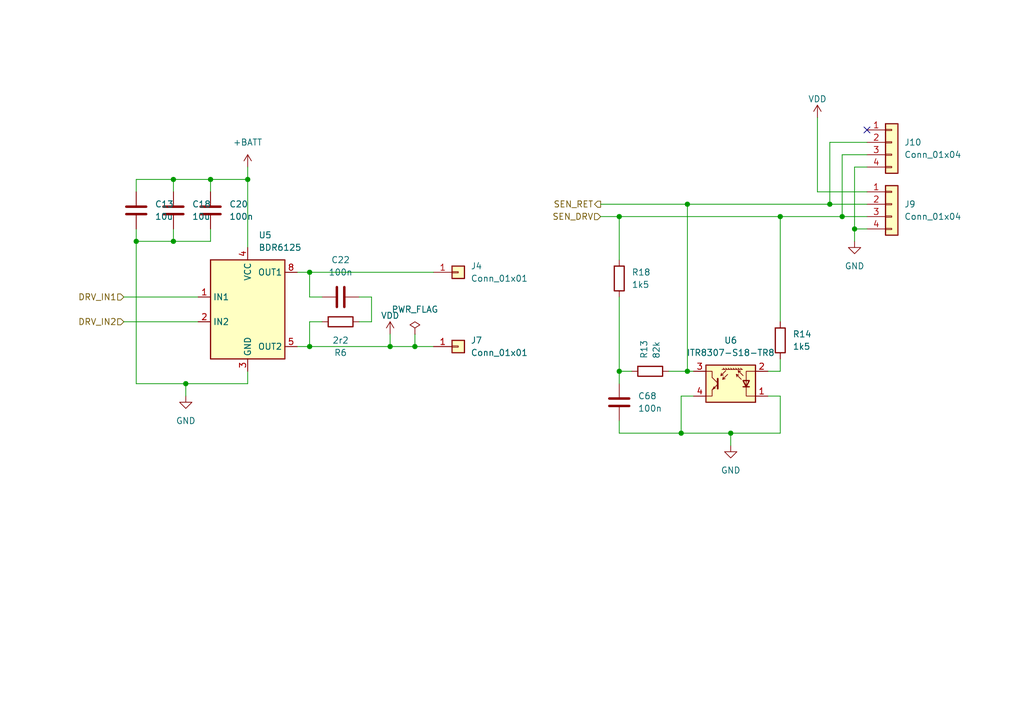
<source format=kicad_sch>
(kicad_sch (version 20230121) (generator eeschema)
  (paper "A5")
  (title_block (title "motor driver and optical position sensor") (date "2024-07-31") (rev "1.0"))
  (lib_symbols
    (symbol "drake_10b:+BATT" (power) (pin_names (offset 0))
      (property "Value" "+BATT" (at 0 3.556 0))
      (symbol "+BATT_0_1"
        (polyline (pts (xy -0.762 1.27) (xy 0 2.54)))
        (polyline (pts (xy 0 0) (xy 0 2.54)))
        (polyline (pts (xy 0 2.54) (xy 0.762 1.27)))
      )
      (symbol "+BATT_1_1"
        (pin power_in line (at 0 0 90) (length 0) hide (name "+BATT") (number "1"))
      )
    )
    (symbol "drake_10b:BDR6125"
      (property "Reference" "U" (at 6.35 11.43 0))
      (property "Value" "BDR6125" (at -10.16 11.43 0))
      (symbol "BDR6125_0_1"
        (rectangle (start -7.62 10.16) (end 7.62 -10.16) (stroke (width 0.254)) (fill (type background)))
      )
      (symbol "BDR6125_1_1"
        (pin input line (at -10.16 2.54 0) (length 2.54) (name "IN1") (number "1"))
        (pin input line (at -10.16 -2.54 0) (length 2.54) (name "IN2") (number "2"))
        (pin power_in line (at 0 -12.7 90) (length 2.54) (name "GND") (number "3"))
        (pin power_in line (at 0 12.7 270) (length 2.54) (name "VCC") (number "4"))
        (pin output line (at 10.16 -7.62 180) (length 2.54) (name "OUT2") (number "5"))
        (pin output line (at 10.16 -7.62 180) (length 2.54) hide (name "OUT2") (number "6"))
        (pin output line (at 10.16 7.62 180) (length 2.54) hide (name "OUT1") (number "7"))
        (pin output line (at 10.16 7.62 180) (length 2.54) (name "OUT1") (number "8"))
      )
    )
    (symbol "drake_10b:C" (pin_numbers hide) (pin_names (offset 0.254))
      (property "Reference" "C" (at 0.635 2.54 0))
      (property "Value" "C" (at 0.635 -2.54 0))
      (symbol "C_0_1"
        (polyline (pts (xy -2.032 -0.762) (xy 2.032 -0.762)) (stroke (width 0.508)))
        (polyline (pts (xy -2.032 0.762) (xy 2.032 0.762)) (stroke (width 0.508)))
      )
      (symbol "C_1_1"
        (pin passive line (at 0 3.81 270) (length 2.794) (name "~") (number "1"))
        (pin passive line (at 0 -3.81 90) (length 2.794) (name "~") (number "2"))
      )
    )
    (symbol "drake_10b:Conn_01x01" (pin_names (offset 1.016) hide)
      (property "Reference" "J" (at 0 2.54 0))
      (property "Value" "Conn_01x01" (at 0 -2.54 0))
      (symbol "Conn_01x01_1_1"
        (rectangle (start -1.27 0.127) (end 0 -0.127) (stroke (width 0.1524)))
        (rectangle (start -1.27 1.27) (end 1.27 -1.27) (stroke (width 0.254)) (fill (type background)))
        (pin passive line (at -5.08 0 0) (length 3.81) (name "Pin_1") (number "1"))
      )
    )
    (symbol "drake_10b:Conn_01x04" (pin_names (offset 1.016) hide)
      (property "Reference" "J" (at 0 5.08 0))
      (property "Value" "Conn_01x04" (at 0 -7.62 0))
      (symbol "Conn_01x04_1_1"
        (rectangle (start -1.27 -4.953) (end 0 -5.207) (stroke (width 0.1524)))
        (rectangle (start -1.27 -2.413) (end 0 -2.667) (stroke (width 0.1524)))
        (rectangle (start -1.27 0.127) (end 0 -0.127) (stroke (width 0.1524)))
        (rectangle (start -1.27 2.667) (end 0 2.413) (stroke (width 0.1524)))
        (rectangle (start -1.27 3.81) (end 1.27 -6.35) (stroke (width 0.254)) (fill (type background)))
        (pin passive line (at -5.08 2.54 0) (length 3.81) (name "Pin_1") (number "1"))
        (pin passive line (at -5.08 0 0) (length 3.81) (name "Pin_2") (number "2"))
        (pin passive line (at -5.08 -2.54 0) (length 3.81) (name "Pin_3") (number "3"))
        (pin passive line (at -5.08 -5.08 0) (length 3.81) (name "Pin_4") (number "4"))
      )
    )
    (symbol "drake_10b:GND" (power) (pin_names (offset 0))
      (property "Value" "GND" (at 0 -3.81 0))
      (symbol "GND_0_1"
        (polyline (pts (xy 0 0) (xy 0 -1.27) (xy 1.27 -1.27) (xy 0 -2.54) (xy -1.27 -1.27) (xy 0 -1.27)))
      )
      (symbol "GND_1_1"
        (pin power_in line (at 0 0 270) (length 0) hide (name "GND") (number "1"))
      )
    )
    (symbol "drake_10b:ITR8307-S17-TR8" (pin_names (offset 0.0254) hide)
      (property "Reference" "U" (at -3.81 5.08 0))
      (property "Value" "ITR8307-S17-TR8" (at 15.24 5.08 0))
      (symbol "ITR8307-S17-TR8_0_1"
        (polyline (pts (xy -3.81 -0.635) (xy -2.54 -0.635)) (stroke (width 0.254)))
        (polyline (pts (xy -2.286 2.921) (xy -2.032 3.175)))
        (polyline (pts (xy -1.778 2.921) (xy -1.524 3.175)))
        (polyline (pts (xy -1.524 2.667) (xy -1.651 2.159)))
        (polyline (pts (xy -1.27 2.921) (xy -1.016 3.175)))
        (polyline (pts (xy -1.143 1.905) (xy -1.27 1.397)))
        (polyline (pts (xy -0.762 2.921) (xy -0.508 3.175)))
        (polyline (pts (xy -0.254 2.921) (xy 0 3.175)))
        (polyline (pts (xy 0.254 2.921) (xy 0.508 3.175)))
        (polyline (pts (xy 0.762 2.921) (xy 1.016 3.175)))
        (polyline (pts (xy 1.27 2.921) (xy 1.524 3.175)))
        (polyline (pts (xy 1.651 0.889) (xy 1.143 1.016)))
        (polyline (pts (xy 1.778 2.921) (xy -2.413 2.921)))
        (polyline (pts (xy 2.032 1.651) (xy 1.524 1.778)))
        (polyline (pts (xy 2.667 -0.127) (xy 3.81 -1.27)))
        (polyline (pts (xy 2.667 0.127) (xy 3.81 1.27)))
        (polyline (pts (xy -2.54 1.651) (xy -1.524 2.667) (xy -2.032 2.54)))
        (polyline (pts (xy -2.159 0.889) (xy -1.143 1.905) (xy -1.651 1.778)))
        (polyline (pts (xy 0.635 1.905) (xy 1.651 0.889) (xy 1.524 1.397)))
        (polyline (pts (xy 1.016 2.667) (xy 2.032 1.651) (xy 1.905 2.159)))
        (polyline (pts (xy 2.667 1.016) (xy 2.667 -1.016) (xy 2.667 -1.016)) (stroke (width 0.3556)))
        (polyline (pts (xy 3.81 -1.27) (xy 3.81 -2.54) (xy 5.08 -2.54)))
        (polyline (pts (xy 3.81 1.27) (xy 3.81 2.54) (xy 5.08 2.54)))
        (polyline (pts (xy -5.08 -2.54) (xy -3.175 -2.54) (xy -3.175 2.54) (xy -5.08 2.54)))
        (polyline (pts (xy -3.175 -0.635) (xy -3.81 0.635) (xy -2.54 0.635) (xy -3.175 -0.635)) (stroke (width 0.254)))
        (polyline (pts (xy 3.683 -1.143) (xy 3.429 -0.635) (xy 3.175 -0.889) (xy 3.683 -1.143)))
        (polyline (pts (xy -5.08 -3.81) (xy 5.08 -3.81) (xy 5.08 3.81) (xy -5.08 3.81) (xy -5.08 -3.81)) (stroke (width 0.254)) (fill (type background)))
      )
      (symbol "ITR8307-S17-TR8_1_1"
        (pin passive line (at -7.62 -2.54 0) (length 2.54) (name "K") (number "1"))
        (pin passive line (at -7.62 2.54 0) (length 2.54) (name "A") (number "2"))
        (pin open_collector line (at 7.62 2.54 180) (length 2.54) (name "~") (number "3"))
        (pin open_emitter line (at 7.62 -2.54 180) (length 2.54) (name "~") (number "4"))
      )
    )
    (symbol "drake_10b:PWR_FLAG" (power) (pin_numbers hide) (pin_names (offset 0) hide)
      (property "Value" "PWR_FLAG" (at 0 3.81 0))
      (symbol "PWR_FLAG_0_0"
        (pin power_out line (at 0 0 90) (length 0) (name "pwr") (number "1"))
      )
      (symbol "PWR_FLAG_0_1"
        (polyline (pts (xy 0 0) (xy 0 1.27) (xy -1.016 1.905) (xy 0 2.54) (xy 1.016 1.905) (xy 0 1.27)))
      )
    )
    (symbol "drake_10b:R" (pin_numbers hide) (pin_names (offset 0))
      (property "Reference" "R" (at 2.032 0 90))
      (property "Value" "R" (at 0 0 90))
      (symbol "R_0_1"
        (rectangle (start -1.016 -2.54) (end 1.016 2.54) (stroke (width 0.254)))
      )
      (symbol "R_1_1"
        (pin passive line (at 0 3.81 270) (length 1.27) (name "~") (number "1"))
        (pin passive line (at 0 -3.81 90) (length 1.27) (name "~") (number "2"))
      )
    )
    (symbol "drake_10b:VDD" (power) (pin_names (offset 0))
      (property "Value" "VDD" (at 0 3.81 0))
      (symbol "VDD_0_1"
        (polyline (pts (xy -0.762 1.27) (xy 0 2.54)))
        (polyline (pts (xy 0 0) (xy 0 2.54)))
        (polyline (pts (xy 0 2.54) (xy 0.762 1.27)))
      )
      (symbol "VDD_1_1"
        (pin power_in line (at 0 0 90) (length 0) hide (name "VDD") (number "1"))
      )
    )
  )
  (junction (at 139.7 88.9))
  (junction (at 172.72 44.45))
  (junction (at 140.97 76.2))
  (junction (at 50.8 36.83))
  (junction (at 43.18 36.83))
  (junction (at 175.26 46.99))
  (junction (at 149.86 88.9))
  (junction (at 140.97 41.91))
  (junction (at 127 76.2))
  (junction (at 85.09 71.12))
  (junction (at 160.02 44.45))
  (junction (at 170.18 41.91))
  (junction (at 63.5 71.12))
  (junction (at 27.94 49.53))
  (junction (at 38.1 78.74))
  (junction (at 80.01 71.12))
  (junction (at 63.5 55.88))
  (junction (at 127 44.45))
  (junction (at 35.56 49.53))
  (junction (at 35.56 36.83))
  (no_connect (at 177.8 26.67))
  (wire (pts (xy 27.94 36.83) (xy 27.94 39.37)))
  (wire (pts (xy 175.26 46.99) (xy 175.26 49.53)))
  (wire (pts (xy 50.8 36.83) (xy 43.18 36.83)))
  (wire (pts (xy 170.18 29.21) (xy 170.18 41.91)))
  (wire (pts (xy 149.86 88.9) (xy 149.86 91.44)))
  (wire (pts (xy 127 76.2) (xy 129.54 76.2)))
  (wire (pts (xy 139.7 81.28) (xy 142.24 81.28)))
  (wire (pts (xy 43.18 39.37) (xy 43.18 36.83)))
  (wire (pts (xy 80.01 68.58) (xy 80.01 71.12)))
  (wire (pts (xy 85.09 68.58) (xy 85.09 71.12)))
  (wire (pts (xy 35.56 49.53) (xy 43.18 49.53)))
  (wire (pts (xy 50.8 76.2) (xy 50.8 78.74)))
  (wire (pts (xy 38.1 81.28) (xy 38.1 78.74)))
  (wire (pts (xy 172.72 31.75) (xy 172.72 44.45)))
  (wire (pts (xy 66.04 66.04) (xy 63.5 66.04)))
  (wire (pts (xy 63.5 55.88) (xy 88.9 55.88)))
  (wire (pts (xy 76.2 60.96) (xy 76.2 66.04)))
  (wire (pts (xy 177.8 31.75) (xy 172.72 31.75)))
  (wire (pts (xy 80.01 71.12) (xy 85.09 71.12)))
  (wire (pts (xy 127 44.45) (xy 127 53.34)))
  (wire (pts (xy 175.26 34.29) (xy 175.26 46.99)))
  (wire (pts (xy 177.8 46.99) (xy 175.26 46.99)))
  (wire (pts (xy 25.4 66.04) (xy 40.64 66.04)))
  (wire (pts (xy 170.18 41.91) (xy 177.8 41.91)))
  (wire (pts (xy 63.5 66.04) (xy 63.5 71.12)))
  (wire (pts (xy 50.8 34.29) (xy 50.8 36.83)))
  (wire (pts (xy 177.8 34.29) (xy 175.26 34.29)))
  (wire (pts (xy 123.19 41.91) (xy 140.97 41.91)))
  (wire (pts (xy 140.97 41.91) (xy 170.18 41.91)))
  (wire (pts (xy 27.94 78.74) (xy 38.1 78.74)))
  (wire (pts (xy 35.56 36.83) (xy 27.94 36.83)))
  (wire (pts (xy 140.97 76.2) (xy 142.24 76.2)))
  (wire (pts (xy 160.02 88.9) (xy 149.86 88.9)))
  (wire (pts (xy 172.72 44.45) (xy 177.8 44.45)))
  (wire (pts (xy 60.96 55.88) (xy 63.5 55.88)))
  (wire (pts (xy 139.7 88.9) (xy 127 88.9)))
  (wire (pts (xy 160.02 73.66) (xy 160.02 76.2)))
  (wire (pts (xy 177.8 29.21) (xy 170.18 29.21)))
  (wire (pts (xy 27.94 46.99) (xy 27.94 49.53)))
  (wire (pts (xy 50.8 36.83) (xy 50.8 50.8)))
  (wire (pts (xy 140.97 76.2) (xy 140.97 41.91)))
  (wire (pts (xy 50.8 78.74) (xy 38.1 78.74)))
  (wire (pts (xy 160.02 44.45) (xy 172.72 44.45)))
  (wire (pts (xy 157.48 81.28) (xy 160.02 81.28)))
  (wire (pts (xy 35.56 46.99) (xy 35.56 49.53)))
  (wire (pts (xy 160.02 81.28) (xy 160.02 88.9)))
  (wire (pts (xy 137.16 76.2) (xy 140.97 76.2)))
  (wire (pts (xy 127 44.45) (xy 160.02 44.45)))
  (wire (pts (xy 127 60.96) (xy 127 76.2)))
  (wire (pts (xy 63.5 71.12) (xy 60.96 71.12)))
  (wire (pts (xy 167.64 39.37) (xy 177.8 39.37)))
  (wire (pts (xy 76.2 66.04) (xy 73.66 66.04)))
  (wire (pts (xy 63.5 71.12) (xy 80.01 71.12)))
  (wire (pts (xy 63.5 55.88) (xy 63.5 60.96)))
  (wire (pts (xy 27.94 78.74) (xy 27.94 49.53)))
  (wire (pts (xy 73.66 60.96) (xy 76.2 60.96)))
  (wire (pts (xy 35.56 36.83) (xy 35.56 39.37)))
  (wire (pts (xy 25.4 60.96) (xy 40.64 60.96)))
  (wire (pts (xy 127 86.36) (xy 127 88.9)))
  (wire (pts (xy 63.5 60.96) (xy 66.04 60.96)))
  (wire (pts (xy 27.94 49.53) (xy 35.56 49.53)))
  (wire (pts (xy 43.18 49.53) (xy 43.18 46.99)))
  (wire (pts (xy 160.02 76.2) (xy 157.48 76.2)))
  (wire (pts (xy 127 76.2) (xy 127 78.74)))
  (wire (pts (xy 85.09 71.12) (xy 88.9 71.12)))
  (wire (pts (xy 160.02 44.45) (xy 160.02 66.04)))
  (wire (pts (xy 167.64 24.13) (xy 167.64 39.37)))
  (wire (pts (xy 43.18 36.83) (xy 35.56 36.83)))
  (wire (pts (xy 139.7 88.9) (xy 139.7 81.28)))
  (wire (pts (xy 149.86 88.9) (xy 139.7 88.9)))
  (wire (pts (xy 123.19 44.45) (xy 127 44.45)))
  (hierarchical_label "DRV_IN1" (shape input) (at 25.4 60.96 180))
  (hierarchical_label "SEN_DRV" (shape input) (at 123.19 44.45 180))
  (hierarchical_label "SEN_RET" (shape output) (at 123.19 41.91 180))
  (hierarchical_label "DRV_IN2" (shape input) (at 25.4 66.04 180))
  (symbol (lib_id "drake_10b:Conn_01x01") (at 93.98 71.12 0) (unit 1)
    (property "Reference" "J7" (at 96.52 69.85 0) (effects (justify left)))
    (property "Value" "Conn_01x01" (at 96.52 72.39 0) (effects (justify left)))
    (property "Footprint" "Library:PinHeader_1x01_P2.00mm_Vertical" (effects hide))
  )
  (symbol (lib_id "drake_10b:Conn_01x04") (at 182.88 29.21 0) (unit 1)
    (property "Reference" "J10" (at 185.42 29.21 0) (effects (justify left)))
    (property "Value" "Conn_01x04" (at 185.42 31.75 0) (effects (justify left)))
    (property "Footprint" "rt_connectors:FFC_SolderCon_4pin_3,5x0,3mm_Pitch0.5mm" (effects hide))
    (property "JLC" "SMD,P=0.5mm" (effects hide))
    (property "LCSC" "C262260" (effects hide))
  )
  (symbol (lib_id "drake_10b:ITR8307-S17-TR8") (at 149.86 78.74 0) (mirror y) (unit 1)
    (property "Reference" "U6" (at 149.86 69.85 0))
    (property "Value" "ITR8307-S18-TR8" (at 149.86 72.39 0))
    (property "Footprint" "Library:Everlight_ITR1201SR10AR" (effects hide))
    (property "Datasheet" "https://datasheet.lcsc.com/szlcsc/1810010232_Everlight-Elec-ITR8307-S17-TR8-B_C81632.pdf" (effects hide))
    (property "JLC" "SMD" (effects hide))
    (property "LCSC" "C409524" (effects hide))
  )
  (symbol (lib_id "drake_10b:R") (at 133.35 76.2 270) (unit 1)
    (property "Reference" "R13" (at 132.08 73.66 0) (effects (justify right)))
    (property "Value" "82k" (at 134.62 73.66 0) (effects (justify right)))
    (property "Footprint" "Resistor_SMD:R_0402_1005Metric" (effects hide))
    (property "JLC" "0603" (effects hide))
    (property "LCSC" "C22843" (effects hide))
  )
  (symbol (lib_id "drake_10b:+BATT") (at 50.8 34.29 0) (unit 1)
    (property "Reference" "#PWR010" (effects hide))
    (property "Value" "+BATT" (at 50.8 29.21 0))
  )
  (symbol (lib_id "drake_10b:GND") (at 175.26 49.53 0) (mirror y) (unit 1)
    (property "Reference" "#PWR033" (effects hide))
    (property "Value" "GND" (at 175.26 54.61 0))
  )
  (symbol (lib_id "drake_10b:VDD") (at 80.01 68.58 0) (unit 1)
    (property "Reference" "#PWR011" (effects hide))
    (property "Value" "VDD" (at 80.01 64.77 0))
  )
  (symbol (lib_id "drake_10b:C") (at 35.56 43.18 0) (unit 1)
    (property "Reference" "C18" (at 39.37 41.91 0) (effects (justify left)))
    (property "Value" "10u" (at 39.37 44.45 0) (effects (justify left)))
    (property "Footprint" "Library:C_0603_1608Metric" (effects hide))
    (property "JLC" "0603" (effects hide))
    (property "LCSC" "C19702" (effects hide))
  )
  (symbol (lib_id "drake_10b:VDD") (at 167.64 24.13 0) (unit 1)
    (property "Reference" "#PWR028" (effects hide))
    (property "Value" "VDD" (at 167.64 20.32 0))
  )
  (symbol (lib_id "drake_10b:BDR6125") (at 50.8 63.5 0) (unit 1)
    (property "Reference" "U5" (at 52.9941 48.26 0) (effects (justify left)))
    (property "Value" "BDR6125" (at 52.9941 50.8 0) (effects (justify left)))
    (property "Footprint" "Package_SO:SOIC-8_3.9x4.9mm_P1.27mm" (effects hide))
    (property "Datasheet" "https://wmsc.lcsc.com/wmsc/upload/file/pdf/v2/lcsc/2304281103_Bardeen-Micro--BDR6125_C5349300.pdf" (effects hide))
  )
  (symbol (lib_id "drake_10b:GND") (at 38.1 81.28 0) (unit 1)
    (property "Reference" "#PWR024" (effects hide))
    (property "Value" "GND" (at 38.1 86.36 0))
  )
  (symbol (lib_id "drake_10b:Conn_01x04") (at 182.88 41.91 0) (unit 1)
    (property "Reference" "J9" (at 185.42 41.91 0) (effects (justify left)))
    (property "Value" "Conn_01x04" (at 185.42 44.45 0) (effects (justify left)))
    (property "Footprint" "Library:FFC_SolderCon_4pin_3,5x0,3mm_Pitch0.5mm" (effects hide))
    (property "JLC" "SMD,P=0.5mm" (effects hide))
    (property "LCSC" "C262260" (effects hide))
  )
  (symbol (lib_id "drake_10b:C") (at 43.18 43.18 0) (unit 1)
    (property "Reference" "C20" (at 46.99 41.91 0) (effects (justify left)))
    (property "Value" "100n" (at 46.99 44.45 0) (effects (justify left)))
    (property "Footprint" "Library:C_0402_1005Metric" (effects hide))
    (property "JLC" "0402" (effects hide))
    (property "LCSC" "C307331" (effects hide))
  )
  (symbol (lib_id "drake_10b:C") (at 69.85 60.96 270) (unit 1)
    (property "Reference" "C22" (at 69.85 53.34 90))
    (property "Value" "100n" (at 69.85 55.88 90))
    (property "Footprint" "Library:C_0603_1608Metric" (effects hide))
    (property "JLC" "0603" (effects hide))
    (property "LCSC" "C14663" (effects hide))
  )
  (symbol (lib_id "drake_10b:GND") (at 149.86 91.44 0) (mirror y) (unit 1)
    (property "Reference" "#PWR034" (effects hide))
    (property "Value" "GND" (at 149.86 96.52 0))
  )
  (symbol (lib_id "drake_10b:PWR_FLAG") (at 85.09 68.58 0) (unit 1)
    (property "Reference" "#FLG03" (effects hide))
    (property "Value" "PWR_FLAG" (at 85.09 63.5 0))
  )
  (symbol (lib_id "drake_10b:R") (at 69.85 66.04 270) (mirror x) (unit 1)
    (property "Reference" "R6" (at 69.85 72.39 90))
    (property "Value" "2r2" (at 69.85 69.85 90))
    (property "Footprint" "Library:R_0603_1608Metric" (effects hide))
    (property "JLC" "0603" (effects hide))
    (property "LCSC" "C22939" (effects hide))
  )
  (symbol (lib_id "drake_10b:Conn_01x01") (at 93.98 55.88 0) (unit 1)
    (property "Reference" "J4" (at 96.52 54.61 0) (effects (justify left)))
    (property "Value" "Conn_01x01" (at 96.52 57.15 0) (effects (justify left)))
    (property "Footprint" "Library:PinHeader_1x01_P2.00mm_Vertical" (effects hide))
  )
  (symbol (lib_id "drake_10b:R") (at 127 57.15 0) (unit 1)
    (property "Reference" "R18" (at 129.54 55.88 0) (effects (justify left)))
    (property "Value" "1k5" (at 129.54 58.42 0) (effects (justify left)))
    (property "Footprint" "Resistor_SMD:R_0402_1005Metric" (effects hide))
    (property "JLC" "0603" (effects hide))
    (property "LCSC" "C22843" (effects hide))
  )
  (symbol (lib_id "drake_10b:C") (at 27.94 43.18 0) (unit 1)
    (property "Reference" "C13" (at 31.75 41.91 0) (effects (justify left)))
    (property "Value" "10u" (at 31.75 44.45 0) (effects (justify left)))
    (property "Footprint" "Library:C_0603_1608Metric" (effects hide))
    (property "JLC" "0603" (effects hide))
    (property "LCSC" "C19702" (effects hide))
  )
  (symbol (lib_id "drake_10b:C") (at 127 82.55 0) (unit 1)
    (property "Reference" "C68" (at 130.81 81.28 0) (effects (justify left)))
    (property "Value" "100n" (at 130.81 83.82 0) (effects (justify left)))
    (property "Footprint" "Capacitor_SMD:C_0402_1005Metric" (effects hide))
    (property "JLC" "0402" (effects hide))
    (property "LCSC" "C307331" (effects hide))
  )
  (symbol (lib_id "drake_10b:R") (at 160.02 69.85 0) (unit 1)
    (property "Reference" "R14" (at 162.56 68.58 0) (effects (justify left)))
    (property "Value" "1k5" (at 162.56 71.12 0) (effects (justify left)))
    (property "Footprint" "Resistor_SMD:R_0402_1005Metric" (effects hide))
    (property "JLC" "0603" (effects hide))
    (property "LCSC" "C22843" (effects hide))
  )
)
</source>
